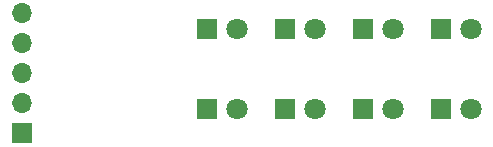
<source format=gbr>
G04 #@! TF.GenerationSoftware,KiCad,Pcbnew,6.0.0-unknown-ea0edab~86~ubuntu18.04.1*
G04 #@! TF.CreationDate,2019-07-07T11:36:40+02:00*
G04 #@! TF.ProjectId,ir-transmitter,69722d74-7261-46e7-936d-69747465722e,rev?*
G04 #@! TF.SameCoordinates,Original*
G04 #@! TF.FileFunction,Copper,L2,Bot*
G04 #@! TF.FilePolarity,Positive*
%FSLAX46Y46*%
G04 Gerber Fmt 4.6, Leading zero omitted, Abs format (unit mm)*
G04 Created by KiCad (PCBNEW 6.0.0-unknown-ea0edab~86~ubuntu18.04.1) date 2019-07-07 11:36:40*
%MOMM*%
%LPD*%
G04 APERTURE LIST*
%ADD10O,1.700000X1.700000*%
%ADD11R,1.700000X1.700000*%
%ADD12C,1.800000*%
%ADD13R,1.800000X1.800000*%
G04 APERTURE END LIST*
D10*
X83000000Y-134840000D03*
X83000000Y-137380000D03*
X83000000Y-139920000D03*
X83000000Y-142460000D03*
D11*
X83000000Y-145000000D03*
D12*
X101237000Y-136187000D03*
D13*
X98697000Y-136187000D03*
D12*
X107841000Y-136187000D03*
D13*
X105301000Y-136187000D03*
D12*
X114445000Y-136187000D03*
D13*
X111905000Y-136187000D03*
D12*
X121049000Y-136187000D03*
D13*
X118509000Y-136187000D03*
D12*
X101237000Y-142918000D03*
D13*
X98697000Y-142918000D03*
D12*
X107841000Y-142918000D03*
D13*
X105301000Y-142918000D03*
D12*
X114445000Y-142918000D03*
D13*
X111905000Y-142918000D03*
D12*
X121049000Y-142918000D03*
D13*
X118509000Y-142918000D03*
M02*

</source>
